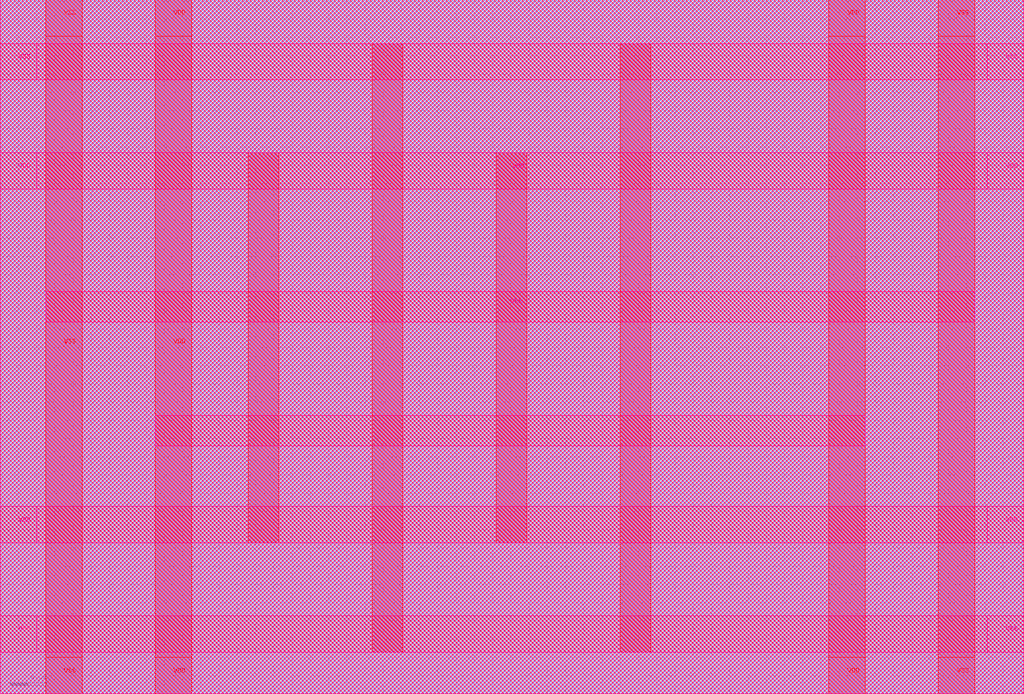
<source format=lef>
###############################################################
#  Generated by:      Cadence Innovus 20.13-s083_1
#  OS:                Linux x86_64(Host ID rice-503-20-north)
#  Generated on:      Sat May  7 23:55:31 2022
#  Design:            ringosc
#  Command:           write_lef_abstract -specifyTopLayer 6 -PGPinLayers {5 6} -noCutObs -stripePin results/ringosc.lef
###############################################################

VERSION 5.8 ;

BUSBITCHARS "[]" ;
DIVIDERCHAR "/" ;

MACRO ringosc
  CLASS BLOCK ;
  SIZE 112.240000 BY 76.160000 ;
  FOREIGN ringosc 0.000000 0.000000 ;
  ORIGIN 0 0 ;
  SYMMETRY X Y R90 ;
  PIN VSS
    DIRECTION INOUT ;
    USE GROUND ;
    PORT
      LAYER met5 ;
        RECT 108.240000 67.360000 112.240000 71.360000 ;
    END
    PORT
      LAYER met5 ;
        RECT 0.000000 67.360000 4.000000 71.360000 ;
    END
    PORT
      LAYER met5 ;
        RECT 108.240000 4.560000 112.240000 8.560000 ;
    END
    PORT
      LAYER met5 ;
        RECT 0.000000 4.560000 4.000000 8.560000 ;
    END
    PORT
      LAYER met4 ;
        RECT 102.880000 72.160000 106.880000 76.160000 ;
    END
    PORT
      LAYER met4 ;
        RECT 102.880000 0.000000 106.880000 4.000000 ;
    END
    PORT
      LAYER met4 ;
        RECT 4.980000 72.160000 8.980000 76.160000 ;
    END
    PORT
      LAYER met4 ;
        RECT 4.980000 0.000000 8.980000 4.000000 ;
    END

# P/G power stripe data as pin
    PORT
      LAYER met4 ;
        RECT 68.000000 4.560000 71.360000 71.360000 ;
        RECT 40.800000 4.560000 44.160000 71.360000 ;
        RECT 102.880000 0.000000 106.880000 76.160000 ;
        RECT 4.980000 0.000000 8.980000 76.160000 ;
      LAYER met5 ;
        RECT 0.000000 4.560000 112.240000 8.560000 ;
        RECT 0.000000 67.360000 112.240000 71.360000 ;
        RECT 4.980000 40.800000 106.880000 44.160000 ;
    END
# end of P/G power stripe data as pin

  END VSS
  PIN VDD
    DIRECTION INOUT ;
    USE POWER ;
    PORT
      LAYER met5 ;
        RECT 108.240000 55.360000 112.240000 59.360000 ;
    END
    PORT
      LAYER met5 ;
        RECT 0.000000 55.360000 4.000000 59.360000 ;
    END
    PORT
      LAYER met5 ;
        RECT 108.240000 16.560000 112.240000 20.560000 ;
    END
    PORT
      LAYER met5 ;
        RECT 0.000000 16.560000 4.000000 20.560000 ;
    END
    PORT
      LAYER met4 ;
        RECT 90.880000 72.160000 94.880000 76.160000 ;
    END
    PORT
      LAYER met4 ;
        RECT 90.880000 0.000000 94.880000 4.000000 ;
    END
    PORT
      LAYER met4 ;
        RECT 16.980000 72.160000 20.980000 76.160000 ;
    END
    PORT
      LAYER met4 ;
        RECT 16.980000 0.000000 20.980000 4.000000 ;
    END

# P/G power stripe data as pin
    PORT
      LAYER met4 ;
        RECT 54.400000 16.560000 57.760000 59.360000 ;
        RECT 27.200000 16.560000 30.560000 59.360000 ;
        RECT 90.880000 0.000000 94.880000 76.160000 ;
        RECT 16.980000 0.000000 20.980000 76.160000 ;
      LAYER met5 ;
        RECT 16.980000 27.200000 94.880000 30.560000 ;
        RECT 0.000000 16.560000 112.240000 20.560000 ;
        RECT 0.000000 55.360000 112.240000 59.360000 ;
    END
# end of P/G power stripe data as pin

  END VDD
  OBS
    LAYER li1 ;
      RECT 0.000000 0.000000 112.240000 76.160000 ;
    LAYER met1 ;
      RECT 0.000000 0.000000 112.240000 76.160000 ;
    LAYER met2 ;
      RECT 0.000000 0.000000 112.240000 76.160000 ;
    LAYER met3 ;
      RECT 0.000000 0.000000 112.240000 76.160000 ;
    LAYER met4 ;
      RECT 0.000000 0.000000 112.240000 76.160000 ;
    LAYER met5 ;
      RECT 0.000000 0.000000 112.240000 76.160000 ;
  END
END ringosc

END LIBRARY

</source>
